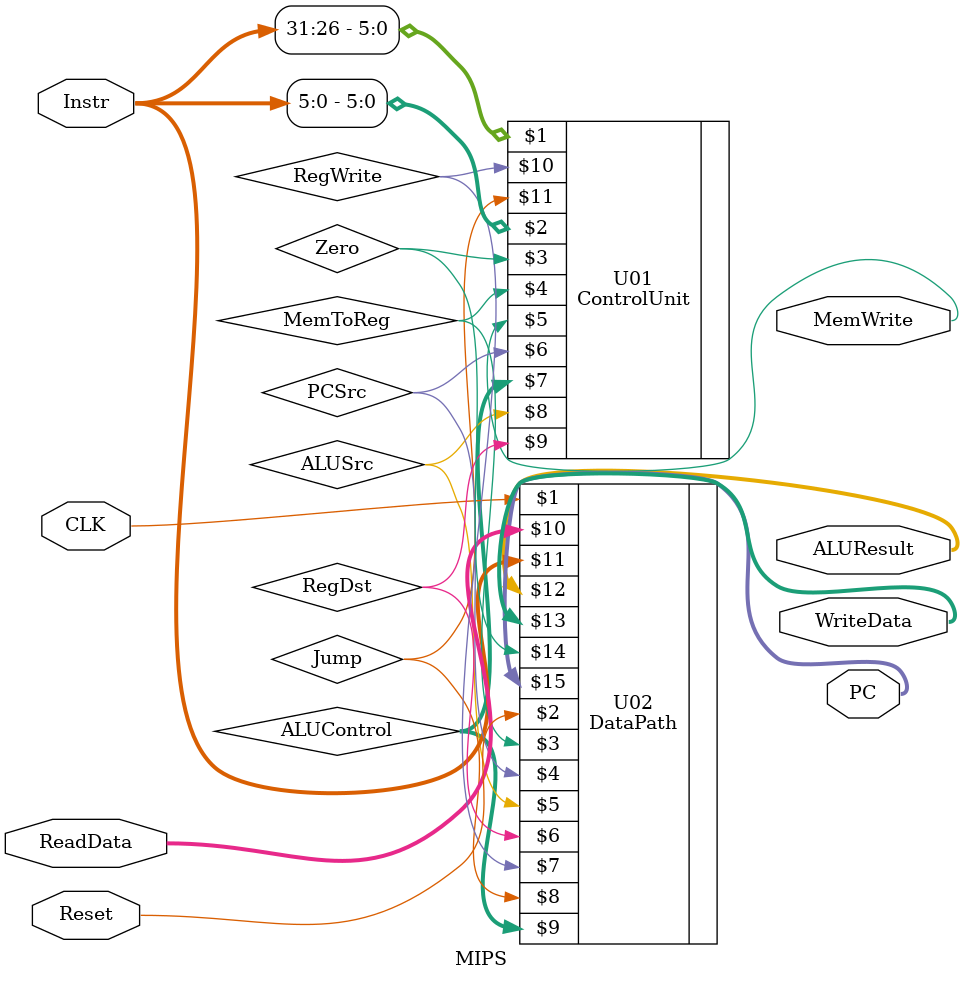
<source format=v>
`timescale 1ns / 1ps
module MIPS(input CLK, Reset,
				input [31:0] Instr,
				input [31:0] ReadData,
				output MemWrite,
				output [31:0] ALUResult, WriteData, PC);
				
		wire MemToReg, ALUSrc, PCSrc, RegDst, RegWrite, Jump, Zero;
		wire [2:0] ALUControl;
		
		ControlUnit U01(Instr[31:26],Instr[5:0],Zero,MemToReg,MemWrite,PCSrc,ALUControl,ALUSrc,RegDst,RegWrite,Jump);
		DataPath U02(CLK,Reset,MemToReg,PCSrc,ALUSrc,RegDst,RegWrite,Jump,ALUControl,ReadData,Instr, ALUResult,WriteData,Zero,PC);

endmodule

</source>
